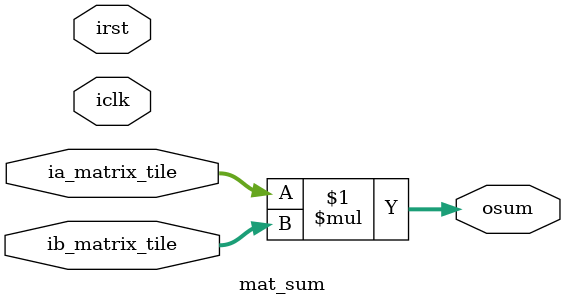
<source format=sv>
module mat_sum
#(DATA_WIDTH = 64,
  MATRIX_WIDTH = 4,
  MATRIX_HEIGHT = 4,
  MATRIX_ADJUST = 4)(
    input iclk, irst,
    input logic signed [DATA_WIDTH-1:0] ia_matrix_tile,
    input logic signed [DATA_WIDTH-1:0] ib_matrix_tile,
    output[DATA_WIDTH-1:0] osum
);

assign osum = (ia_matrix_tile * ib_matrix_tile);

endmodule
</source>
